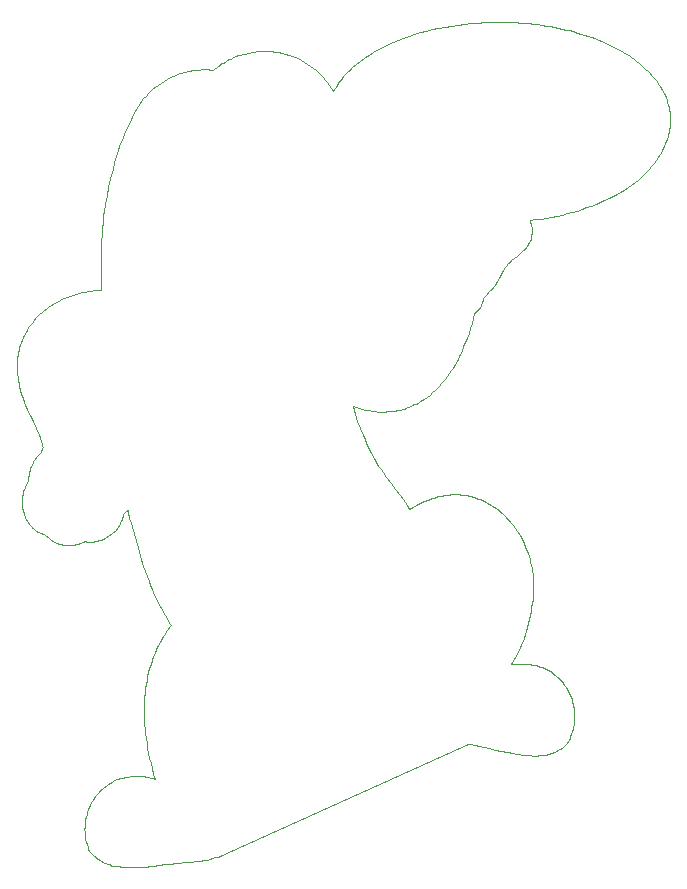
<source format=gm1>
G04 #@! TF.GenerationSoftware,KiCad,Pcbnew,8.0.3*
G04 #@! TF.CreationDate,2024-07-03T13:17:04-05:00*
G04 #@! TF.ProjectId,SAO_AMAMW,53414f5f-414d-4414-9d57-2e6b69636164,rev?*
G04 #@! TF.SameCoordinates,Original*
G04 #@! TF.FileFunction,Profile,NP*
%FSLAX46Y46*%
G04 Gerber Fmt 4.6, Leading zero omitted, Abs format (unit mm)*
G04 Created by KiCad (PCBNEW 8.0.3) date 2024-07-03 13:17:04*
%MOMM*%
%LPD*%
G01*
G04 APERTURE LIST*
G04 #@! TA.AperFunction,Profile*
%ADD10C,0.100000*%
G04 #@! TD*
G04 APERTURE END LIST*
D10*
X114721410Y-88871054D02*
X114726861Y-89073725D01*
X114722098Y-88666796D02*
X114721410Y-88871054D01*
X114726861Y-89073725D02*
X114738185Y-89274279D01*
X114729348Y-88460686D02*
X114722098Y-88666796D01*
X114738185Y-89274279D02*
X114755039Y-89472981D01*
X114743424Y-88253253D02*
X114729348Y-88460686D01*
X114755039Y-89472981D02*
X114777052Y-89669566D01*
X114764696Y-88044497D02*
X114743424Y-88253253D01*
X114777052Y-89669566D02*
X114803907Y-89864034D01*
X114793509Y-87834683D02*
X114764696Y-88044497D01*
X114803907Y-89864034D02*
X114835287Y-90055857D01*
X114830180Y-87623810D02*
X114793509Y-87834683D01*
X114835287Y-90055857D02*
X114870820Y-90245034D01*
X114870820Y-90245034D02*
X114910190Y-90431830D01*
X114875054Y-87411879D02*
X114830180Y-87623810D01*
X114910190Y-90431830D02*
X114999117Y-90796425D01*
X114928446Y-87199154D02*
X114875054Y-87411879D01*
X114990729Y-86985901D02*
X114928446Y-87199154D01*
X114999117Y-90796425D02*
X115099367Y-91148585D01*
X115062220Y-86772117D02*
X114990729Y-86985901D01*
X115099367Y-91148585D02*
X115208243Y-91487516D01*
X115129239Y-100213463D02*
X115129688Y-100359777D01*
X115129688Y-100359777D02*
X115137150Y-100505298D01*
X115135906Y-100067149D02*
X115129239Y-100213463D01*
X115137150Y-100505298D02*
X115151622Y-100650290D01*
X115143235Y-86557805D02*
X115062220Y-86772117D01*
X115149717Y-99920570D02*
X115135906Y-100067149D01*
X115151622Y-100650290D02*
X115173027Y-100794487D01*
X115169878Y-99778224D02*
X115149717Y-99920570D01*
X115173027Y-100794487D02*
X115201311Y-100937362D01*
X115196416Y-99637466D02*
X115169878Y-99778224D01*
X115201311Y-100937362D02*
X115236395Y-101079179D01*
X115208243Y-91487516D02*
X115323046Y-91811630D01*
X115229277Y-99498560D02*
X115196416Y-99637466D01*
X115234119Y-86343493D02*
X115143235Y-86557805D01*
X115236395Y-101079179D02*
X115278252Y-101219408D01*
X115268489Y-99361506D02*
X115229277Y-99498560D01*
X115278252Y-101219408D02*
X115326829Y-101357785D01*
X115313970Y-99226304D02*
X115268489Y-99361506D01*
X115323046Y-91811630D02*
X115441155Y-92120134D01*
X115326829Y-101357785D02*
X115382021Y-101494574D01*
X115337968Y-86123360D02*
X115234119Y-86343493D01*
X115365696Y-99093219D02*
X115313970Y-99226304D01*
X115382021Y-101494574D02*
X115443828Y-101628982D01*
X115423666Y-98962250D02*
X115365696Y-99093219D01*
X115441155Y-92120134D02*
X115559821Y-92411969D01*
X115443828Y-101628982D02*
X115512170Y-101761274D01*
X115450151Y-85908254D02*
X115337968Y-86123360D01*
X115487854Y-98833398D02*
X115423666Y-98962250D01*
X115510873Y-98759844D02*
X115487854Y-98833398D01*
X115512170Y-101761274D02*
X115587020Y-101891184D01*
X115559821Y-92411969D02*
X115671898Y-92671789D01*
X115570510Y-85698466D02*
X115450151Y-85908254D01*
X115587020Y-101891184D02*
X115668247Y-102018184D01*
X115644223Y-98557703D02*
X115510873Y-98759844D01*
X115667612Y-98427792D02*
X115644223Y-98557703D01*
X115668247Y-102018184D02*
X115755877Y-102142538D01*
X115671898Y-92671789D02*
X115791040Y-92933991D01*
X115688408Y-98270365D02*
X115667612Y-98427792D01*
X115698859Y-85494049D02*
X115570510Y-85698466D01*
X115730689Y-97965301D02*
X115688408Y-98270365D01*
X115755877Y-102142538D02*
X115813821Y-102219796D01*
X115761142Y-97797026D02*
X115730689Y-97965301D01*
X115791040Y-92933991D02*
X116045860Y-93471888D01*
X115801465Y-97619756D02*
X115761142Y-97797026D01*
X115813821Y-102219796D02*
X115882744Y-102304462D01*
X115835040Y-85295109D02*
X115698859Y-85494049D01*
X115854328Y-97435342D02*
X115801465Y-97619756D01*
X115882744Y-102304462D02*
X115953970Y-102385160D01*
X115922511Y-97245106D02*
X115854328Y-97435342D01*
X115953970Y-102385160D02*
X116027313Y-102461625D01*
X115963204Y-97148004D02*
X115922511Y-97245106D01*
X115978894Y-85101752D02*
X115835040Y-85295109D01*
X116008739Y-97050373D02*
X115963204Y-97148004D01*
X116027313Y-102461625D02*
X116102481Y-102533856D01*
X116045860Y-93471888D02*
X116304622Y-94018781D01*
X116059459Y-96951684D02*
X116008739Y-97050373D01*
X116102481Y-102533856D02*
X116262818Y-102671175D01*
X116115710Y-96852465D02*
X116059459Y-96951684D01*
X116130235Y-84914030D02*
X115978894Y-85101752D01*
X116186988Y-96736578D02*
X116115710Y-96852465D01*
X116260648Y-96625188D02*
X116186988Y-96736578D01*
X116262818Y-102671175D02*
X116281339Y-102682552D01*
X116281339Y-102682552D02*
X116376192Y-102749491D01*
X116288879Y-84732077D02*
X116130235Y-84914030D01*
X116304622Y-94018781D02*
X116431384Y-94297916D01*
X116336769Y-96517768D02*
X116260648Y-96625188D01*
X116376192Y-102749491D02*
X116473770Y-102810610D01*
X116415482Y-96414580D02*
X116336769Y-96517768D01*
X116431384Y-94297916D02*
X116552139Y-94577581D01*
X116454694Y-84555997D02*
X116288879Y-84732077D01*
X116473770Y-102810610D02*
X116573915Y-102865908D01*
X116496947Y-96315097D02*
X116415482Y-96414580D01*
X116552139Y-94577581D02*
X116663767Y-94856186D01*
X116573915Y-102865908D02*
X116676467Y-102915385D01*
X116581244Y-96219583D02*
X116496947Y-96315097D01*
X116627466Y-84385843D02*
X116454694Y-84555997D01*
X116663767Y-94856186D02*
X116763144Y-95131088D01*
X116668530Y-96127772D02*
X116581244Y-96219583D01*
X116676467Y-102915385D02*
X116781268Y-102959041D01*
X116758911Y-96039402D02*
X116668530Y-96127772D01*
X116763144Y-95131088D02*
X116847044Y-95400434D01*
X116781268Y-102959041D02*
X116888213Y-102996876D01*
X116791137Y-95943093D02*
X116758911Y-96039402D01*
X116807065Y-84221775D02*
X116627466Y-84385843D01*
X116827517Y-95847844D02*
X116791137Y-95943093D01*
X116847044Y-95400434D02*
X116882233Y-95532196D01*
X116867919Y-95754181D02*
X116827517Y-95847844D01*
X116882233Y-95532196D02*
X116912369Y-95661842D01*
X116888213Y-102996876D02*
X116997142Y-103028626D01*
X116912369Y-95661842D02*
X116867919Y-95754181D01*
X116993305Y-84063846D02*
X116807065Y-84221775D01*
X116997142Y-103028626D02*
X117107896Y-103054555D01*
X117107896Y-103054555D02*
X117214047Y-103173088D01*
X117186001Y-83912160D02*
X116993305Y-84063846D01*
X117214047Y-103173088D02*
X117321864Y-103279186D01*
X117321864Y-103279186D02*
X117429867Y-103373113D01*
X117385020Y-83766799D02*
X117186001Y-83912160D01*
X117429867Y-103373113D02*
X117536679Y-103455663D01*
X117536679Y-103455663D02*
X117640872Y-103527365D01*
X117590151Y-83627919D02*
X117385020Y-83766799D01*
X117640872Y-103527365D02*
X117741043Y-103589013D01*
X117741043Y-103589013D02*
X117835764Y-103641400D01*
X117801236Y-83495548D02*
X117590151Y-83627919D01*
X117835764Y-103641400D02*
X117923605Y-103684792D01*
X117923605Y-103684792D02*
X118030100Y-103731623D01*
X118018114Y-83369845D02*
X117801236Y-83495548D01*
X118030100Y-103731623D02*
X118139637Y-103773692D01*
X118139637Y-103773692D02*
X118251874Y-103810733D01*
X118240629Y-83250862D02*
X118018114Y-83369845D01*
X118251874Y-103810733D02*
X118366464Y-103843277D01*
X118366464Y-103843277D02*
X118483119Y-103871058D01*
X118468567Y-83138705D02*
X118240629Y-83250862D01*
X118483119Y-103871058D02*
X118601441Y-103894077D01*
X118601441Y-103894077D02*
X118721112Y-103912333D01*
X118701797Y-83033507D02*
X118468567Y-83138705D01*
X118721112Y-103912333D02*
X118841841Y-103925563D01*
X118841841Y-103925563D02*
X118963258Y-103934029D01*
X118940133Y-82935320D02*
X118701797Y-83033507D01*
X118963258Y-103934029D02*
X119085019Y-103937733D01*
X119085019Y-103937733D02*
X119206833Y-103936675D01*
X119183391Y-82844251D02*
X118940133Y-82935320D01*
X119206833Y-103936675D02*
X119328329Y-103930590D01*
X119328329Y-103930590D02*
X119449165Y-103919742D01*
X119431437Y-82760431D02*
X119183391Y-82844251D01*
X119449165Y-103919742D02*
X119569047Y-103903867D01*
X119569047Y-103903867D02*
X119687607Y-103883229D01*
X119684061Y-82683913D02*
X119431437Y-82760431D01*
X119687607Y-103883229D02*
X119804526Y-103857565D01*
X119804526Y-103857565D02*
X119914275Y-103829254D01*
X119914275Y-103829254D02*
X120021934Y-103796975D01*
X119941130Y-82614831D02*
X119684061Y-82683913D01*
X120021934Y-103796975D02*
X120127344Y-103760727D01*
X120127344Y-103760727D02*
X120230240Y-103720775D01*
X120202459Y-82553262D02*
X119941130Y-82614831D01*
X120230240Y-103720775D02*
X120341365Y-103703313D01*
X120341365Y-103703313D02*
X120466777Y-103625261D01*
X120437250Y-127996530D02*
X120442356Y-128212165D01*
X120442356Y-128212165D02*
X120457887Y-128427536D01*
X120442383Y-127781424D02*
X120437250Y-127996530D01*
X120457570Y-127566847D02*
X120442383Y-127781424D01*
X120457887Y-128427536D02*
X120484028Y-128642113D01*
X120466777Y-103625261D02*
X120639471Y-103646427D01*
X120467862Y-82499314D02*
X120202459Y-82553262D01*
X120482652Y-127353593D02*
X120457570Y-127566847D01*
X120484028Y-128642113D02*
X120520964Y-128855896D01*
X120517418Y-127141662D02*
X120482652Y-127353593D01*
X120520964Y-128855896D02*
X120568853Y-129068356D01*
X120561736Y-126931848D02*
X120517418Y-127141662D01*
X120568853Y-129068356D02*
X120627908Y-129278964D01*
X120615393Y-126724150D02*
X120561736Y-126931848D01*
X120627908Y-129278964D02*
X120698287Y-129487455D01*
X120639471Y-103646427D02*
X120812958Y-103656482D01*
X120678205Y-126519628D02*
X120615393Y-126724150D01*
X120698287Y-129487455D02*
X120773164Y-129700445D01*
X120737208Y-82453091D02*
X120467862Y-82499314D01*
X120749987Y-126318016D02*
X120678205Y-126519628D01*
X120773164Y-129700445D02*
X120853333Y-129803897D01*
X120812958Y-103656482D02*
X120986789Y-103655159D01*
X120830579Y-126120107D02*
X120749987Y-126318016D01*
X120853333Y-129803897D02*
X120936412Y-129924546D01*
X120919796Y-125926168D02*
X120830579Y-126120107D01*
X120936412Y-129924546D02*
X121029810Y-130037259D01*
X120986789Y-103655159D02*
X121160514Y-103642723D01*
X121010284Y-82414647D02*
X120737208Y-82453091D01*
X121017427Y-125736991D02*
X120919796Y-125926168D01*
X121029810Y-130037259D02*
X121107068Y-130121132D01*
X121107068Y-130121132D02*
X121148872Y-130155792D01*
X121123340Y-125552312D02*
X121017427Y-125736991D01*
X121148872Y-130155792D02*
X121270210Y-130273796D01*
X121160514Y-103642723D02*
X121333710Y-103618911D01*
X121237322Y-125373190D02*
X121123340Y-125552312D01*
X121270210Y-130273796D02*
X121394934Y-130382010D01*
X121286932Y-82384141D02*
X121010284Y-82414647D01*
X121333710Y-103618911D02*
X121505900Y-103583986D01*
X121359216Y-125199623D02*
X121237322Y-125373190D01*
X121394934Y-130382010D02*
X121454730Y-130429106D01*
X121454730Y-130429106D02*
X121602315Y-130537585D01*
X121488808Y-125032407D02*
X121359216Y-125199623D01*
X121505900Y-103583986D02*
X121676662Y-103537948D01*
X121566993Y-82361625D02*
X121286932Y-82384141D01*
X121602315Y-130537585D02*
X121756619Y-130637068D01*
X121625942Y-124871540D02*
X121488808Y-125032407D01*
X121676662Y-103537948D02*
X121845519Y-103480798D01*
X121756619Y-130637068D02*
X121842080Y-130684429D01*
X121770457Y-124717818D02*
X121625942Y-124871540D01*
X121800276Y-79995353D02*
X121801678Y-80465200D01*
X121801678Y-80465200D02*
X121808213Y-80951397D01*
X121803980Y-79539794D02*
X121800276Y-79995353D01*
X121808213Y-80951397D02*
X121819828Y-81455984D01*
X121812790Y-79096459D02*
X121803980Y-79539794D01*
X121819828Y-81455984D02*
X121836523Y-81981048D01*
X121826707Y-78663310D02*
X121812790Y-79096459D01*
X121836523Y-81981048D02*
X121850282Y-82347231D01*
X121842080Y-130684429D02*
X121964661Y-130750575D01*
X121845519Y-103480798D02*
X121995326Y-103421267D01*
X121845784Y-78238257D02*
X121826707Y-78663310D01*
X121850282Y-82347231D02*
X121566993Y-82361625D01*
X121880973Y-77641887D02*
X121845784Y-78238257D01*
X121905130Y-77325023D02*
X121880973Y-77641887D01*
X121922116Y-124571239D02*
X121770457Y-124717818D01*
X121933546Y-77005909D02*
X121905130Y-77325023D01*
X121964661Y-130750575D02*
X122112219Y-130820689D01*
X121966328Y-76684176D02*
X121933546Y-77005909D01*
X121995326Y-103421267D02*
X122147938Y-103350888D01*
X122003502Y-76359453D02*
X121966328Y-76684176D01*
X122045174Y-76031318D02*
X122003502Y-76359453D01*
X122080760Y-124432597D02*
X121922116Y-124571239D01*
X122091370Y-75699425D02*
X122045174Y-76031318D01*
X122112219Y-130820689D02*
X122221492Y-130863816D01*
X122147938Y-103350888D02*
X122269037Y-103284742D01*
X122197679Y-75022807D02*
X122091370Y-75699425D01*
X122221492Y-130863816D02*
X122344999Y-130911441D01*
X122246230Y-124302158D02*
X122080760Y-124432597D01*
X122269037Y-103284742D02*
X122390560Y-103209601D01*
X122322933Y-74326556D02*
X122197679Y-75022807D01*
X122344999Y-130911441D02*
X122476814Y-130956156D01*
X122390560Y-103209601D02*
X122522217Y-103124670D01*
X122418341Y-124180450D02*
X122246230Y-124302158D01*
X122467660Y-73607658D02*
X122322933Y-74326556D01*
X122476814Y-130956156D02*
X122559629Y-130979439D01*
X122522217Y-103124670D02*
X122647417Y-103034712D01*
X122559629Y-130979439D02*
X122618102Y-130996108D01*
X122596908Y-124067737D02*
X122418341Y-124180450D01*
X122618102Y-130996108D02*
X122786376Y-131078128D01*
X122632363Y-72863016D02*
X122467660Y-73607658D01*
X122647417Y-103034712D02*
X122766136Y-102939726D01*
X122766136Y-102939726D02*
X122878293Y-102840243D01*
X122781746Y-123964550D02*
X122596908Y-124067737D01*
X122786376Y-131078128D02*
X122977670Y-131078128D01*
X122817597Y-72089613D02*
X122632363Y-72863016D01*
X122878293Y-102840243D02*
X122983861Y-102736262D01*
X122963171Y-71535682D02*
X122817597Y-72089613D01*
X122972669Y-123871152D02*
X122781746Y-123964550D01*
X122977670Y-131078128D02*
X123144384Y-131106439D01*
X122983861Y-102736262D02*
X123082709Y-102627783D01*
X123041355Y-71261495D02*
X122963171Y-71535682D01*
X123082709Y-102627783D02*
X123174864Y-102514806D01*
X123123111Y-70989212D02*
X123041355Y-71261495D01*
X123144384Y-131106439D02*
X123311336Y-131130516D01*
X123169493Y-123788073D02*
X122972669Y-123871152D01*
X123174864Y-102514806D02*
X123260192Y-102397596D01*
X123208439Y-70718941D02*
X123123111Y-70989212D01*
X123260192Y-102397596D02*
X123338640Y-102276152D01*
X123270034Y-123752619D02*
X123169493Y-123788073D01*
X123297313Y-70450680D02*
X123208439Y-70718941D01*
X123311336Y-131130516D02*
X123653944Y-131171526D01*
X123338640Y-102276152D02*
X123410184Y-102151004D01*
X123389705Y-70184483D02*
X123297313Y-70450680D01*
X123410184Y-102151004D02*
X123474716Y-102021888D01*
X123416190Y-123702613D02*
X123270034Y-123752619D01*
X123474716Y-102021888D02*
X123532209Y-101888803D01*
X123485563Y-69920456D02*
X123389705Y-70184483D01*
X123532209Y-101888803D02*
X123582612Y-101752278D01*
X123561340Y-123658956D02*
X123416190Y-123702613D01*
X123582612Y-101752278D02*
X123625819Y-101612049D01*
X123584914Y-69658624D02*
X123485563Y-69920456D01*
X123625819Y-101612049D02*
X123661776Y-101468645D01*
X123653944Y-131171526D02*
X123785706Y-131181845D01*
X123661776Y-101468645D02*
X123690456Y-101321801D01*
X123687731Y-69399042D02*
X123584914Y-69658624D01*
X123690456Y-101321801D02*
X123793617Y-101251687D01*
X123690721Y-123626148D02*
X123561340Y-123658956D01*
X123785706Y-131181845D02*
X123983482Y-131197984D01*
X123793617Y-101251687D02*
X123893789Y-101176281D01*
X123793988Y-69141788D02*
X123687731Y-69399042D01*
X123836189Y-123592546D02*
X123690721Y-123626148D01*
X123893789Y-101176281D02*
X123990785Y-101096112D01*
X123903631Y-68886862D02*
X123793988Y-69141788D01*
X123970121Y-123566088D02*
X123836189Y-123592546D01*
X123983482Y-131197984D02*
X124187079Y-131209626D01*
X123990785Y-101096112D02*
X124084421Y-101010916D01*
X124016687Y-68634397D02*
X123903631Y-68886862D01*
X124084421Y-101010916D02*
X124123843Y-101171783D01*
X124123314Y-123541482D02*
X123970121Y-123566088D01*
X124123843Y-101171783D02*
X124239704Y-101637713D01*
X124133104Y-68384366D02*
X124016687Y-68634397D01*
X124187079Y-131209626D02*
X124395835Y-131216505D01*
X124239704Y-101637713D02*
X124358529Y-102099411D01*
X124252881Y-68136902D02*
X124133104Y-68384366D01*
X124358529Y-102099411D02*
X124513257Y-102671968D01*
X124375991Y-67892004D02*
X124252881Y-68136902D01*
X124384193Y-123511848D02*
X124123314Y-123541482D01*
X124395835Y-131216505D02*
X124609089Y-131218886D01*
X124471373Y-67662584D02*
X124375991Y-67892004D01*
X124513257Y-102671968D02*
X124677325Y-103250876D01*
X124531566Y-123500207D02*
X124384193Y-123511848D01*
X124576704Y-67434302D02*
X124471373Y-67662584D01*
X124609089Y-131218886D02*
X124952650Y-131213595D01*
X124677325Y-103250876D02*
X124850071Y-103833752D01*
X124691612Y-67207871D02*
X124576704Y-67434302D01*
X124797472Y-123493592D02*
X124531566Y-123500207D01*
X124815728Y-66983955D02*
X124691612Y-67207871D01*
X124850071Y-103833752D02*
X125030834Y-104418481D01*
X124928705Y-123493592D02*
X124797472Y-123493592D01*
X124952650Y-131213595D02*
X125294623Y-131198249D01*
X124956486Y-66751307D02*
X124815728Y-66983955D01*
X125030834Y-104418481D02*
X125171063Y-104865891D01*
X125106584Y-66524798D02*
X124956486Y-66751307D01*
X125122142Y-123502323D02*
X124928705Y-123493592D01*
X125171063Y-104865891D02*
X125435276Y-105699062D01*
X125265863Y-66304585D02*
X125106584Y-66524798D01*
X125294623Y-131198249D02*
X125634824Y-131174437D01*
X125318171Y-123518992D02*
X125122142Y-123502323D01*
X125419506Y-123531163D02*
X125318171Y-123518992D01*
X125434191Y-66090934D02*
X125265863Y-66304585D01*
X125435276Y-105699062D02*
X125581563Y-106142503D01*
X125460358Y-117916447D02*
X125465412Y-118301415D01*
X125464829Y-117536241D02*
X125460358Y-117916447D01*
X125465412Y-118301415D02*
X125479990Y-118691146D01*
X125478799Y-117160798D02*
X125464829Y-117536241D01*
X125479990Y-118691146D02*
X125504067Y-119085904D01*
X125502294Y-116790382D02*
X125478799Y-117160798D01*
X125504067Y-119085904D02*
X125537643Y-119485424D01*
X125535288Y-116424993D02*
X125502294Y-116790382D01*
X125537643Y-119485424D02*
X125580743Y-119889707D01*
X125577806Y-116064366D02*
X125535288Y-116424993D01*
X125580743Y-119889707D02*
X125633369Y-120298488D01*
X125581563Y-106142503D02*
X125736212Y-106592824D01*
X125611382Y-65883978D02*
X125434191Y-66090934D01*
X125629850Y-115708766D02*
X125577806Y-116064366D01*
X125633369Y-120298488D02*
X125695519Y-120712296D01*
X125634824Y-131174437D02*
X125973120Y-131143745D01*
X125691392Y-115358194D02*
X125629850Y-115708766D01*
X125695519Y-120712296D02*
X125767168Y-121130866D01*
X125707637Y-123573496D02*
X125419506Y-123531163D01*
X125736212Y-106592824D02*
X125869694Y-106965621D01*
X125762432Y-115012384D02*
X125691392Y-115358194D01*
X125767168Y-121130866D02*
X125848316Y-121553934D01*
X125797331Y-65683953D02*
X125611382Y-65883978D01*
X125842998Y-114671866D02*
X125762432Y-115012384D01*
X125843898Y-123599690D02*
X125707637Y-123573496D01*
X125848316Y-121553934D02*
X125939015Y-121982029D01*
X125869694Y-106965621D02*
X125997885Y-107307198D01*
X125933088Y-114336110D02*
X125842998Y-114671866D01*
X125939015Y-121982029D02*
X126039213Y-122414623D01*
X125973120Y-131143745D02*
X126309299Y-131107762D01*
X125991826Y-65491045D02*
X125797331Y-65683953D01*
X125997885Y-107307198D02*
X126123086Y-107622845D01*
X126032678Y-114005381D02*
X125933088Y-114336110D01*
X126039213Y-122414623D02*
X126148909Y-122851714D01*
X126098691Y-123657369D02*
X125843898Y-123599690D01*
X126123086Y-107622845D02*
X126247651Y-107918914D01*
X126141792Y-113679944D02*
X126032678Y-114005381D01*
X126148909Y-122851714D02*
X126268130Y-123293567D01*
X126194735Y-65305440D02*
X125991826Y-65491045D01*
X126225426Y-123690177D02*
X126098691Y-123657369D01*
X126247651Y-107918914D02*
X126355495Y-108161007D01*
X126260404Y-113359269D02*
X126141792Y-113679944D01*
X126268130Y-123293567D02*
X126396876Y-123740183D01*
X126269612Y-65238236D02*
X126194735Y-65305440D01*
X126309299Y-131107762D02*
X126643229Y-131067545D01*
X126355495Y-108161007D02*
X126470642Y-108407863D01*
X126388542Y-113043886D02*
X126260404Y-113359269D01*
X126396876Y-123740183D02*
X126225426Y-123690177D01*
X126423334Y-65123936D02*
X126269612Y-65238236D01*
X126470642Y-108407863D02*
X126592403Y-108658159D01*
X126526178Y-112733531D02*
X126388542Y-113043886D01*
X126592403Y-108658159D02*
X126720196Y-108910835D01*
X126643229Y-131067545D02*
X127303602Y-130981291D01*
X126673312Y-112428202D02*
X126526178Y-112733531D01*
X126720196Y-108910835D02*
X126787136Y-109038364D01*
X126787136Y-109038364D02*
X126978694Y-109395287D01*
X126829972Y-112128165D02*
X126673312Y-112428202D01*
X126978694Y-109395287D02*
X127087967Y-109590285D01*
X126996156Y-111833155D02*
X126829972Y-112128165D01*
X127087967Y-109590285D02*
X127252008Y-109874976D01*
X127117177Y-111631013D02*
X126996156Y-111833155D01*
X127241398Y-111433370D02*
X127117177Y-111631013D01*
X127252008Y-109874976D02*
X127397000Y-110118392D01*
X127303602Y-130981291D02*
X127723733Y-130925464D01*
X127368345Y-111240489D02*
X127241398Y-111433370D01*
X127397000Y-110118392D02*
X127539610Y-110351225D01*
X127497541Y-111053429D02*
X127368345Y-111240489D01*
X127539610Y-110351225D02*
X127718468Y-110634858D01*
X127626525Y-110876423D02*
X127497541Y-111053429D01*
X127707091Y-64309285D02*
X126423334Y-65123936D01*
X127718468Y-110634858D02*
X127761066Y-110701269D01*
X127723733Y-130925464D02*
X128136509Y-130874399D01*
X127761066Y-110701269D02*
X127626525Y-110876423D01*
X127926219Y-64210966D02*
X127707091Y-64309285D01*
X128136509Y-130874399D02*
X128465412Y-130842120D01*
X128169582Y-64113229D02*
X127926219Y-64210966D01*
X128234140Y-64087300D02*
X128169582Y-64113229D01*
X128356219Y-64044782D02*
X128234140Y-64087300D01*
X128465412Y-130842120D02*
X128830246Y-130813545D01*
X128471736Y-64008190D02*
X128356219Y-64044782D01*
X128575982Y-63974852D02*
X128471736Y-64008190D01*
X128687265Y-63938472D02*
X128575982Y-63974852D01*
X128799554Y-63905267D02*
X128687265Y-63938472D01*
X128830246Y-130813545D02*
X129442226Y-130763804D01*
X129002225Y-63856848D02*
X128799554Y-63905267D01*
X129101973Y-63834094D02*
X129002225Y-63856848D01*
X129234370Y-63803376D02*
X129101973Y-63834094D01*
X129367349Y-63776415D02*
X129234370Y-63803376D01*
X129442226Y-130763804D02*
X129525570Y-130755866D01*
X129525570Y-130755866D02*
X129816082Y-130725968D01*
X129584043Y-63743871D02*
X129367349Y-63776415D01*
X129691199Y-63729055D02*
X129584043Y-63743871D01*
X129816082Y-130725968D02*
X129956576Y-130709035D01*
X129936203Y-63697569D02*
X129691199Y-63729055D01*
X129956576Y-130709035D02*
X130207136Y-130676227D01*
X130057144Y-63688071D02*
X129936203Y-63697569D01*
X130179090Y-63681959D02*
X130057144Y-63688071D01*
X130207136Y-130676227D02*
X130347894Y-130654266D01*
X130285717Y-63676403D02*
X130179090Y-63681959D01*
X130347894Y-130654266D02*
X130402927Y-130645271D01*
X130402927Y-130645271D02*
X130628617Y-130606641D01*
X130510348Y-63667142D02*
X130285717Y-63676403D01*
X130546067Y-63666878D02*
X130510348Y-63667142D01*
X130628617Y-130606641D02*
X130775725Y-130576479D01*
X130767258Y-63672434D02*
X130546067Y-63666878D01*
X130775725Y-130576479D02*
X130823350Y-130566160D01*
X130823350Y-130566160D02*
X131046922Y-130516419D01*
X130872297Y-63676138D02*
X130767258Y-63672434D01*
X131046922Y-130516419D02*
X131199851Y-130475408D01*
X131085551Y-63685663D02*
X130872297Y-63676138D01*
X131199851Y-130475408D02*
X131264145Y-130457681D01*
X131215938Y-63697808D02*
X131085551Y-63685663D01*
X131264145Y-130457681D02*
X131484013Y-130393388D01*
X131348282Y-63713709D02*
X131215938Y-63697808D01*
X131411253Y-63660263D02*
X131348282Y-63713709D01*
X131484013Y-130393388D02*
X131647790Y-130335179D01*
X131623713Y-63486961D02*
X131411253Y-63660263D01*
X131647790Y-130335179D02*
X131702823Y-130315071D01*
X131702823Y-130315071D02*
X131919782Y-130231727D01*
X131745951Y-63395680D02*
X131623713Y-63486961D01*
X131795163Y-63359697D02*
X131745951Y-63395680D01*
X131919782Y-130231727D02*
X132112927Y-130140975D01*
X131952854Y-63247249D02*
X131795163Y-63359697D01*
X132112927Y-130140975D02*
X152917882Y-120743781D01*
X132118483Y-63139828D02*
X131952854Y-63247249D01*
X132173252Y-63105168D02*
X132118483Y-63139828D01*
X132297606Y-63027910D02*
X132173252Y-63105168D01*
X132539964Y-62892708D02*
X132297606Y-63027910D01*
X132662201Y-62826562D02*
X132539964Y-62892708D01*
X132807193Y-62755416D02*
X132662201Y-62826562D01*
X132954566Y-62687656D02*
X132807193Y-62755416D01*
X133045318Y-62645852D02*
X132954566Y-62687656D01*
X133236876Y-62566265D02*
X133045318Y-62645852D01*
X133434784Y-62491071D02*
X133236876Y-62566265D01*
X133529240Y-62456940D02*
X133434784Y-62491071D01*
X135145048Y-62124624D02*
X133529240Y-62456940D01*
X135413071Y-62106288D02*
X135145048Y-62124624D01*
X135678448Y-62100282D02*
X135413071Y-62106288D01*
X135976368Y-62106949D02*
X135678448Y-62100282D01*
X136272701Y-62126846D02*
X135976368Y-62106949D01*
X136566917Y-62159840D02*
X136272701Y-62126846D01*
X136858752Y-62205745D02*
X136566917Y-62159840D01*
X137147677Y-62264429D02*
X136858752Y-62205745D01*
X137433427Y-62335708D02*
X137147677Y-62264429D01*
X137715472Y-62419475D02*
X137433427Y-62335708D01*
X137993284Y-62515545D02*
X137715472Y-62419475D01*
X138266599Y-62623759D02*
X137993284Y-62515545D01*
X138535150Y-62743986D02*
X138266599Y-62623759D01*
X138798146Y-62876066D02*
X138535150Y-62743986D01*
X139055585Y-63019814D02*
X138798146Y-62876066D01*
X139306674Y-63175124D02*
X139055585Y-63019814D01*
X139551149Y-63341785D02*
X139306674Y-63175124D01*
X139788745Y-63519690D02*
X139551149Y-63341785D01*
X140018932Y-63708682D02*
X139788745Y-63519690D01*
X140235096Y-63903177D02*
X140018932Y-63708682D01*
X140441735Y-64106800D02*
X140235096Y-63903177D01*
X140638850Y-64319181D02*
X140441735Y-64106800D01*
X140826174Y-64539975D02*
X140638850Y-64319181D01*
X141003710Y-64768787D02*
X140826174Y-64539975D01*
X141171191Y-65005244D02*
X141003710Y-64768787D01*
X141328353Y-65248978D02*
X141171191Y-65005244D01*
X141475461Y-65499644D02*
X141328353Y-65248978D01*
X141590555Y-65317479D02*
X141475461Y-65499644D01*
X141712792Y-65136901D02*
X141590555Y-65317479D01*
X141808307Y-64983628D02*
X141712792Y-65136901D01*
X141908584Y-64831969D02*
X141808307Y-64983628D01*
X142014152Y-64681951D02*
X141908584Y-64831969D01*
X142124483Y-64533625D02*
X142014152Y-64681951D01*
X142239841Y-64386993D02*
X142124483Y-64533625D01*
X142359962Y-64242081D02*
X142239841Y-64386993D01*
X142484845Y-64098915D02*
X142359962Y-64242081D01*
X142614491Y-63957549D02*
X142484845Y-64098915D01*
X142748635Y-63817981D02*
X142614491Y-63957549D01*
X142887276Y-63680213D02*
X142748635Y-63817981D01*
X143030680Y-63544323D02*
X142887276Y-63680213D01*
X143131486Y-92194217D02*
X143400038Y-92281794D01*
X143178317Y-63410312D02*
X143030680Y-63544323D01*
X143330453Y-63278179D02*
X143178317Y-63410312D01*
X143330982Y-92815722D02*
X143131486Y-92194217D01*
X143400038Y-92281794D02*
X143670706Y-92360110D01*
X143487086Y-63147978D02*
X143330453Y-63278179D01*
X143543442Y-93429026D02*
X143330982Y-92815722D01*
X143647688Y-63019761D02*
X143487086Y-63147978D01*
X143670706Y-92360110D02*
X143943227Y-92429431D01*
X143768602Y-94032804D02*
X143543442Y-93429026D01*
X143812523Y-62893502D02*
X143647688Y-63019761D01*
X143943227Y-92429431D02*
X144217335Y-92489227D01*
X143981591Y-62769227D02*
X143812523Y-62893502D01*
X144005933Y-94625735D02*
X143768602Y-94032804D01*
X144154893Y-62647016D02*
X143981591Y-62769227D01*
X144155158Y-94978424D02*
X144005933Y-94625735D01*
X144217335Y-92489227D02*
X144493030Y-92539762D01*
X144308087Y-95325557D02*
X144155158Y-94978424D01*
X144463926Y-95666340D02*
X144308087Y-95325557D01*
X144493030Y-92539762D02*
X144769520Y-92581037D01*
X144513139Y-62408733D02*
X144154893Y-62647016D01*
X144622147Y-95999185D02*
X144463926Y-95666340D01*
X144769520Y-92581037D02*
X145047332Y-92612787D01*
X144886730Y-62178889D02*
X144513139Y-62408733D01*
X144928534Y-96550841D02*
X144622147Y-95999185D01*
X145047332Y-92612787D02*
X145325938Y-92635277D01*
X145127236Y-96891359D02*
X144928534Y-96550841D01*
X145275667Y-61957666D02*
X144886730Y-62178889D01*
X145319058Y-97207271D02*
X145127236Y-96891359D01*
X145325938Y-92635277D02*
X145521200Y-92643479D01*
X145505589Y-97500164D02*
X145319058Y-97207271D01*
X145521200Y-92643479D02*
X145713552Y-92644273D01*
X145679156Y-61745262D02*
X145275667Y-61957666D01*
X145687887Y-97772156D02*
X145505589Y-97500164D01*
X145713552Y-92644273D02*
X145901935Y-92638716D01*
X145901935Y-92638716D02*
X146085555Y-92627604D01*
X145991099Y-98200251D02*
X145687887Y-97772156D01*
X146085555Y-92627604D02*
X146263091Y-92612523D01*
X146096668Y-61541879D02*
X145679156Y-61745262D01*
X146263091Y-92612523D02*
X146433482Y-92594002D01*
X146351197Y-98685232D02*
X145991099Y-98200251D01*
X146433482Y-92594002D02*
X146748071Y-92551933D01*
X146527938Y-61347723D02*
X146096668Y-61541879D01*
X146726905Y-99173387D02*
X146351197Y-98685232D01*
X146748071Y-92551933D02*
X146898619Y-92527327D01*
X146898619Y-92527327D02*
X147048902Y-92497958D01*
X146972173Y-61162997D02*
X146527938Y-61347723D01*
X147048902Y-92497958D02*
X147198127Y-92464092D01*
X147136744Y-99691176D02*
X146726905Y-99173387D01*
X147198127Y-92464092D02*
X147346823Y-92425198D01*
X147346823Y-92425198D02*
X147494195Y-92382071D01*
X147418260Y-100048628D02*
X147136744Y-99691176D01*
X147429108Y-60987901D02*
X146972173Y-61162997D01*
X147494195Y-92382071D02*
X147640774Y-92334181D01*
X147574893Y-100289663D02*
X147418260Y-100048628D01*
X147640774Y-92334181D02*
X147786295Y-92281529D01*
X147735230Y-100561919D02*
X147574893Y-100289663D01*
X147786295Y-92281529D02*
X147930228Y-92224644D01*
X147817251Y-100711144D02*
X147735230Y-100561919D01*
X147895038Y-100862221D02*
X147817251Y-100711144D01*
X147897949Y-60822637D02*
X147429108Y-60987901D01*
X147930228Y-92224644D02*
X148206982Y-92105582D01*
X148206982Y-92105582D02*
X148357265Y-92036261D01*
X148213596Y-100687596D02*
X147895038Y-100862221D01*
X148357265Y-92036261D02*
X148513898Y-91959532D01*
X148378696Y-60667406D02*
X147897949Y-60822637D01*
X148513898Y-91959532D02*
X148675029Y-91874601D01*
X148533213Y-100523025D02*
X148213596Y-100687596D01*
X148675029Y-91874601D02*
X148839600Y-91781467D01*
X148839600Y-91781467D02*
X149006023Y-91679338D01*
X148855210Y-100368509D02*
X148533213Y-100523025D01*
X148870291Y-60522412D02*
X148378696Y-60667406D01*
X149006023Y-91679338D02*
X149173504Y-91567420D01*
X149173504Y-91567420D02*
X149428297Y-91383535D01*
X149180647Y-100225369D02*
X148855210Y-100368509D01*
X149372735Y-60387858D02*
X148870291Y-60522412D01*
X149428297Y-91383535D02*
X149671978Y-91194622D01*
X149526722Y-100088315D02*
X149180647Y-100225369D01*
X149671978Y-91194622D02*
X149903488Y-91001212D01*
X149866976Y-99969782D02*
X149526722Y-100088315D01*
X149885232Y-60263944D02*
X149372735Y-60387858D01*
X149903488Y-91001212D02*
X150122034Y-90804098D01*
X150035250Y-99917395D02*
X149866976Y-99969782D01*
X150122034Y-90804098D02*
X150300098Y-90631325D01*
X150202202Y-99869770D02*
X150035250Y-99917395D01*
X150300098Y-90631325D02*
X150475252Y-90449557D01*
X150368096Y-99826643D02*
X150202202Y-99869770D01*
X150407254Y-60150874D02*
X149885232Y-60263944D01*
X150475252Y-90449557D02*
X150647760Y-90258263D01*
X150532666Y-99788278D02*
X150368096Y-99826643D01*
X150647760Y-90258263D02*
X150818151Y-90057445D01*
X150696443Y-99754412D02*
X150532666Y-99788278D01*
X150818151Y-90057445D02*
X150986426Y-89846572D01*
X150859426Y-99725043D02*
X150696443Y-99754412D01*
X150938537Y-60048846D02*
X150407254Y-60150874D01*
X150986426Y-89846572D02*
X151152849Y-89624851D01*
X151021351Y-99700437D02*
X150859426Y-99725043D01*
X151152849Y-89624851D02*
X151317949Y-89392547D01*
X151182747Y-99680064D02*
X151021351Y-99700437D01*
X151317949Y-89392547D02*
X151481990Y-89149131D01*
X151343084Y-99664453D02*
X151182747Y-99680064D01*
X151478551Y-59958064D02*
X150938537Y-60048846D01*
X151481990Y-89149131D02*
X151601317Y-88962336D01*
X151503157Y-99653341D02*
X151343084Y-99664453D01*
X151601317Y-88962336D02*
X151717998Y-88770513D01*
X151662436Y-99646462D02*
X151503157Y-99653341D01*
X151717998Y-88770513D02*
X151831769Y-88573399D01*
X151821186Y-99644345D02*
X151662436Y-99646462D01*
X151831769Y-88573399D02*
X151942894Y-88370199D01*
X151942894Y-88370199D02*
X152051902Y-88161178D01*
X151987079Y-99646726D02*
X151821186Y-99644345D01*
X152026502Y-59878735D02*
X151478551Y-59958064D01*
X152051902Y-88161178D02*
X152158794Y-87945278D01*
X152152444Y-99654399D02*
X151987079Y-99646726D01*
X152158794Y-87945278D02*
X152263568Y-87722764D01*
X152263568Y-87722764D02*
X152366491Y-87492842D01*
X152317543Y-99666835D02*
X152152444Y-99654399D01*
X152366491Y-87492842D02*
X152522331Y-87126394D01*
X152481849Y-99684562D02*
X152317543Y-99666835D01*
X152522331Y-87126394D02*
X152672349Y-86751480D01*
X152582126Y-59811052D02*
X152026502Y-59878735D01*
X152645626Y-99707051D02*
X152481849Y-99684562D01*
X152672349Y-86751480D02*
X152816282Y-86367570D01*
X152808609Y-99734568D02*
X152645626Y-99707051D01*
X152816282Y-86367570D02*
X152954659Y-85974135D01*
X152917882Y-120743781D02*
X153090919Y-120778441D01*
X152954659Y-85974135D02*
X153087480Y-85570646D01*
X152971328Y-99766847D02*
X152808609Y-99734568D01*
X153087480Y-85570646D02*
X153215273Y-85156653D01*
X153090919Y-120778441D02*
X153489911Y-120859139D01*
X153132988Y-99804418D02*
X152971328Y-99766847D01*
X153145159Y-59755225D02*
X152582126Y-59811052D01*
X153215273Y-85156653D02*
X153337775Y-84731548D01*
X153294119Y-99846751D02*
X153132988Y-99804418D01*
X153337775Y-84731548D02*
X153455250Y-84294827D01*
X153454456Y-99894111D02*
X153294119Y-99846751D01*
X153455250Y-84294827D02*
X153589394Y-84171425D01*
X153489911Y-120859139D02*
X153832016Y-120936927D01*
X153589394Y-84171425D02*
X153706604Y-84046172D01*
X153614000Y-99946499D02*
X153454456Y-99894111D01*
X153706604Y-84046172D02*
X153808204Y-83920336D01*
X153714542Y-59711449D02*
X153145159Y-59755225D01*
X153772485Y-100003649D02*
X153614000Y-99946499D01*
X153808204Y-83920336D02*
X153895252Y-83795188D01*
X153832016Y-120936927D02*
X154728688Y-121162351D01*
X153895252Y-83795188D02*
X153969070Y-83672051D01*
X153930441Y-100065826D02*
X153772485Y-100003649D01*
X153969070Y-83672051D02*
X154030454Y-83552222D01*
X154030454Y-83552222D02*
X154080724Y-83436943D01*
X154080724Y-83436943D02*
X154120941Y-83327511D01*
X154087339Y-100133030D02*
X153930441Y-100065826D01*
X154120941Y-83327511D02*
X154167772Y-83165507D01*
X154167772Y-83165507D02*
X154200581Y-83000751D01*
X154200581Y-83000751D02*
X154354568Y-82854199D01*
X154243178Y-100204996D02*
X154087339Y-100133030D01*
X154290274Y-59679932D02*
X153714542Y-59711449D01*
X154354568Y-82854199D02*
X154502734Y-82702408D01*
X154398224Y-100281990D02*
X154243178Y-100204996D01*
X154502734Y-82702408D02*
X154645345Y-82545960D01*
X154544803Y-100359513D02*
X154398224Y-100281990D01*
X154645345Y-82545960D02*
X154782663Y-82385437D01*
X154689265Y-100441004D02*
X154544803Y-100359513D01*
X154728688Y-121162351D02*
X155206790Y-121276122D01*
X154782663Y-82385437D02*
X154914425Y-82221422D01*
X154831611Y-100526200D02*
X154689265Y-100441004D01*
X154871828Y-59660874D02*
X154290274Y-59679932D01*
X154914425Y-82221422D02*
X155041425Y-82054550D01*
X154972105Y-100615100D02*
X154831611Y-100526200D01*
X155041425Y-82054550D02*
X155163398Y-81885402D01*
X155110217Y-100707704D02*
X154972105Y-100615100D01*
X155163398Y-81885402D02*
X155280608Y-81714534D01*
X155206790Y-121276122D02*
X155700237Y-121385924D01*
X155246477Y-100803748D02*
X155110217Y-100707704D01*
X155280608Y-81714534D02*
X155393056Y-81542608D01*
X155380356Y-100903495D02*
X155246477Y-100803748D01*
X155393056Y-81542608D02*
X155501006Y-81370153D01*
X155458408Y-59654477D02*
X154871828Y-59660874D01*
X155458408Y-59654477D02*
X155458408Y-59654477D01*
X155458408Y-59654477D02*
X155458408Y-59654477D01*
X155501006Y-81370153D02*
X155704206Y-81026089D01*
X155512118Y-101006683D02*
X155380356Y-100903495D01*
X155641500Y-101113310D02*
X155512118Y-101006683D01*
X155700237Y-121385924D02*
X156205326Y-121488582D01*
X155704206Y-81026089D02*
X155891001Y-80687158D01*
X155768499Y-101223376D02*
X155641500Y-101113310D01*
X155839672Y-59657128D02*
X155458408Y-59654477D01*
X155891001Y-80687158D02*
X156062716Y-80358096D01*
X155893118Y-101336882D02*
X155768499Y-101223376D01*
X156015620Y-101453564D02*
X155893118Y-101336882D01*
X156062716Y-80358096D02*
X156111928Y-80274197D01*
X156111928Y-80274197D02*
X156173047Y-80191885D01*
X156135476Y-101573420D02*
X156015620Y-101453564D01*
X156173047Y-80191885D02*
X156246336Y-80109574D01*
X156205326Y-121488582D02*
X156718088Y-121580128D01*
X156218291Y-59665039D02*
X155839672Y-59657128D01*
X156246336Y-80109574D02*
X156332061Y-80025621D01*
X156252686Y-101696715D02*
X156135476Y-101573420D01*
X156332061Y-80025621D02*
X156430221Y-79938415D01*
X156367780Y-101822921D02*
X156252686Y-101696715D01*
X156430221Y-79938415D02*
X156541082Y-79846393D01*
X156479963Y-101952567D02*
X156367780Y-101822921D01*
X156519121Y-114043216D02*
X156649825Y-113832608D01*
X156541082Y-79846393D02*
X156802225Y-79641341D01*
X156593998Y-59678149D02*
X156218291Y-59665039D01*
X156649825Y-113832608D02*
X156663848Y-113809854D01*
X156663848Y-113809854D02*
X156777884Y-113622794D01*
X156696657Y-102220590D02*
X156479963Y-101952567D01*
X156718088Y-121580128D02*
X156976321Y-121620874D01*
X156740842Y-114011466D02*
X156519121Y-114043216D01*
X156777884Y-113622794D02*
X156887421Y-113434940D01*
X156802225Y-79641341D02*
X157019183Y-79472299D01*
X156887421Y-113434940D02*
X157028708Y-113173797D01*
X156902502Y-102500254D02*
X156696657Y-102220590D01*
X156963092Y-113988712D02*
X156740842Y-114011466D01*
X156966796Y-59696400D02*
X156593998Y-59678149D01*
X156976321Y-121620874D02*
X157235348Y-121657386D01*
X157019183Y-79472299D02*
X157245402Y-79288229D01*
X157028708Y-113173797D02*
X157163381Y-112907097D01*
X157097235Y-102791560D02*
X156902502Y-102500254D01*
X157163381Y-112907097D02*
X157291704Y-112634312D01*
X157185871Y-113974954D02*
X156963092Y-113988712D01*
X157235348Y-121657386D02*
X157494374Y-121689401D01*
X157245402Y-79288229D02*
X157475854Y-79084844D01*
X157280591Y-103093978D02*
X157097235Y-102791560D01*
X157291704Y-112634312D02*
X157413412Y-112355441D01*
X157336418Y-59719731D02*
X156966796Y-59696400D01*
X157408649Y-113970192D02*
X157185871Y-113974954D01*
X157413412Y-112355441D02*
X157528770Y-112070486D01*
X157452041Y-103406980D02*
X157280591Y-103093978D01*
X157475854Y-79084844D02*
X157591476Y-78974592D01*
X157494374Y-121689401D02*
X157753136Y-121716653D01*
X157528770Y-112070486D02*
X157637778Y-111779180D01*
X157591476Y-78974592D02*
X157706041Y-78857911D01*
X157599149Y-113973631D02*
X157408649Y-113970192D01*
X157611585Y-103730036D02*
X157452041Y-103406980D01*
X157637778Y-111779180D02*
X157740437Y-111481259D01*
X157703130Y-59748083D02*
X157336418Y-59719731D01*
X157706041Y-78857911D02*
X157816636Y-78731440D01*
X157740437Y-111481259D02*
X157836745Y-111176724D01*
X157753136Y-121716653D02*
X157961628Y-121735438D01*
X157758428Y-104063146D02*
X157611585Y-103730036D01*
X157787797Y-113983950D02*
X157599149Y-113973631D01*
X157816636Y-78731440D02*
X157916384Y-78598275D01*
X157836745Y-111176724D02*
X157926703Y-110865575D01*
X157892572Y-104405781D02*
X157758428Y-104063146D01*
X157916384Y-78598275D02*
X158005020Y-78459131D01*
X157926703Y-110865575D02*
X158010576Y-110547546D01*
X157961628Y-121735438D02*
X158176734Y-121751313D01*
X157974063Y-114000883D02*
X157787797Y-113983950D01*
X157979620Y-104653695D02*
X157892572Y-104405781D01*
X158005020Y-78459131D02*
X158082278Y-78314669D01*
X158010576Y-110547546D02*
X158088363Y-110222373D01*
X158059524Y-104903461D02*
X157979620Y-104653695D01*
X158066667Y-59781394D02*
X157703130Y-59748083D01*
X158082278Y-78314669D02*
X158148423Y-78165629D01*
X158088363Y-110222373D02*
X158159801Y-109890057D01*
X158119584Y-76423747D02*
X158588160Y-76366571D01*
X158131755Y-105154815D02*
X158059524Y-104903461D01*
X158148423Y-78165629D02*
X158203457Y-78012700D01*
X158157948Y-114024696D02*
X157974063Y-114000883D01*
X158159801Y-109890057D02*
X158225153Y-109550333D01*
X158176734Y-121751313D02*
X158397132Y-121762161D01*
X158180438Y-76576994D02*
X158119584Y-76423747D01*
X158196578Y-105408021D02*
X158131755Y-105154815D01*
X158203457Y-78012700D02*
X158246848Y-77856596D01*
X158225153Y-109550333D02*
X158284684Y-109203200D01*
X158229650Y-76733389D02*
X158180438Y-76576994D01*
X158246848Y-77856596D02*
X158279128Y-77697979D01*
X158253992Y-105662550D02*
X158196578Y-105408021D01*
X158266957Y-76892191D02*
X158229650Y-76733389D01*
X158279128Y-77697979D02*
X158299765Y-77537589D01*
X158284684Y-109203200D02*
X158338130Y-108848658D01*
X158292621Y-77052714D02*
X158266957Y-76892191D01*
X158299765Y-77537589D02*
X158309025Y-77376114D01*
X158303998Y-105918137D02*
X158253992Y-105662550D01*
X158306644Y-77214242D02*
X158292621Y-77052714D01*
X158309025Y-77376114D02*
X158306644Y-77214242D01*
X158338130Y-108848658D02*
X158385490Y-108486180D01*
X158339188Y-114055387D02*
X158157948Y-114024696D01*
X158346332Y-106174518D02*
X158303998Y-105918137D01*
X158381257Y-106431693D02*
X158346332Y-106174518D01*
X158385490Y-108486180D02*
X158411948Y-108231651D01*
X158397132Y-121762161D02*
X158621498Y-121766394D01*
X158408509Y-106689397D02*
X158381257Y-106431693D01*
X158411948Y-108231651D02*
X158430469Y-107976064D01*
X158426765Y-59819606D02*
X158066667Y-59781394D01*
X158428352Y-106947100D02*
X158408509Y-106689397D01*
X158430469Y-107976064D02*
X158441581Y-107719683D01*
X158440259Y-107205069D02*
X158428352Y-106947100D01*
X158441581Y-107719683D02*
X158444756Y-107462508D01*
X158444756Y-107462508D02*
X158440259Y-107205069D01*
X158518046Y-114092429D02*
X158339188Y-114055387D01*
X158588160Y-76366571D02*
X159051445Y-76301060D01*
X158621498Y-121766394D02*
X158621762Y-121766394D01*
X158621762Y-121766394D02*
X158777337Y-121764013D01*
X158693729Y-114136350D02*
X158518046Y-114092429D01*
X158777337Y-121764013D02*
X158929737Y-121757134D01*
X158783423Y-59862658D02*
X158426765Y-59819606D01*
X158866502Y-114186620D02*
X158693729Y-114136350D01*
X158929737Y-121757134D02*
X159078433Y-121745757D01*
X159036364Y-114243506D02*
X158866502Y-114186620D01*
X159051445Y-76301060D02*
X159509174Y-76227374D01*
X159078433Y-121745757D02*
X159223953Y-121729617D01*
X159136641Y-59910487D02*
X158783423Y-59862658D01*
X159202787Y-114307006D02*
X159036364Y-114243506D01*
X159223953Y-121729617D02*
X159366299Y-121708980D01*
X159365770Y-114376856D02*
X159202787Y-114307006D01*
X159366299Y-121708980D02*
X159505470Y-121683580D01*
X159486155Y-59963039D02*
X159136641Y-59910487D01*
X159505470Y-121683580D02*
X159641201Y-121653417D01*
X159509174Y-76227374D02*
X159960817Y-76145618D01*
X159525313Y-114453056D02*
X159365770Y-114376856D01*
X159641201Y-121653417D02*
X159774021Y-121618757D01*
X159680888Y-114535341D02*
X159525313Y-114453056D01*
X159774021Y-121618757D02*
X159903667Y-121579334D01*
X159831965Y-60020247D02*
X159486155Y-59963039D01*
X159832759Y-114624241D02*
X159680888Y-114535341D01*
X159903667Y-121579334D02*
X160030402Y-121535149D01*
X159960817Y-76145618D02*
X160406375Y-76055924D01*
X159980661Y-114719226D02*
X159832759Y-114624241D01*
X160030402Y-121535149D02*
X160153963Y-121486201D01*
X160124329Y-114820561D02*
X159980661Y-114719226D01*
X160153963Y-121486201D02*
X160274612Y-121432755D01*
X160173806Y-60082056D02*
X159831965Y-60020247D01*
X160274612Y-121432755D02*
X160392352Y-121374282D01*
X160281756Y-114942005D02*
X160124329Y-114820561D01*
X160392352Y-121374282D02*
X160507446Y-121311047D01*
X160406375Y-76055924D02*
X160845318Y-75958372D01*
X160432039Y-115070063D02*
X160281756Y-114942005D01*
X160507446Y-121311047D02*
X160619629Y-121243314D01*
X160511679Y-60148405D02*
X160173806Y-60082056D01*
X160575708Y-115204471D02*
X160432039Y-115070063D01*
X160619629Y-121243314D02*
X160728901Y-121170553D01*
X160712233Y-115344700D02*
X160575708Y-115204471D01*
X160728901Y-121170553D02*
X160836322Y-121108112D01*
X160836322Y-121108112D02*
X160938716Y-121037733D01*
X160841614Y-115490485D02*
X160712233Y-115344700D01*
X160845318Y-75958372D02*
X161277382Y-75853147D01*
X160845583Y-60219232D02*
X160511679Y-60148405D01*
X160938716Y-121037733D02*
X161035024Y-120959416D01*
X160964116Y-115641562D02*
X160841614Y-115490485D01*
X161035024Y-120959416D02*
X161125776Y-120873162D01*
X161079209Y-115797666D02*
X160964116Y-115641562D01*
X161125776Y-120873162D02*
X161209649Y-120779764D01*
X161175253Y-60294479D02*
X160845583Y-60219232D01*
X161187159Y-115958533D02*
X161079209Y-115797666D01*
X161209649Y-120779764D02*
X161287172Y-120679223D01*
X161277382Y-75853147D02*
X161702567Y-75740329D01*
X161287172Y-120679223D02*
X161357286Y-120571802D01*
X161287701Y-116123897D02*
X161187159Y-115958533D01*
X161357286Y-120571802D02*
X161419992Y-120458031D01*
X161381099Y-116293230D02*
X161287701Y-116123897D01*
X161419992Y-120458031D02*
X161507040Y-120273617D01*
X161466823Y-116466532D02*
X161381099Y-116293230D01*
X161500690Y-60374084D02*
X161175253Y-60294479D01*
X161507040Y-120273617D02*
X161585092Y-120086821D01*
X161544875Y-116643274D02*
X161466823Y-116466532D01*
X161585092Y-120086821D02*
X161654413Y-119897644D01*
X161615519Y-116823190D02*
X161544875Y-116643274D01*
X161654413Y-119897644D02*
X161714738Y-119706616D01*
X161678490Y-117006017D02*
X161615519Y-116823190D01*
X161702567Y-75740329D02*
X162120079Y-75620076D01*
X161714738Y-119706616D02*
X161766596Y-119514264D01*
X161733523Y-117191754D02*
X161678490Y-117006017D01*
X161766596Y-119514264D02*
X161809723Y-119320589D01*
X161781148Y-117379608D02*
X161733523Y-117191754D01*
X161809723Y-119320589D02*
X161844383Y-119125856D01*
X161820571Y-117569314D02*
X161781148Y-117379608D01*
X161821629Y-60457986D02*
X161500690Y-60374084D01*
X161844383Y-119125856D02*
X161870313Y-118930329D01*
X161852056Y-117761137D02*
X161820571Y-117569314D01*
X161870313Y-118930329D02*
X161888040Y-118734802D01*
X161875604Y-117954018D02*
X161852056Y-117761137D01*
X161888040Y-118734802D02*
X161897300Y-118539011D01*
X161890950Y-118148222D02*
X161875604Y-117954018D01*
X161897300Y-118539011D02*
X161898094Y-118343484D01*
X161898094Y-118343484D02*
X161890950Y-118148222D01*
X162120079Y-75620076D02*
X162529918Y-75492468D01*
X162138071Y-60546129D02*
X161821629Y-60457986D01*
X162450014Y-60638450D02*
X162138071Y-60546129D01*
X162529918Y-75492468D02*
X162931820Y-75357663D01*
X162757195Y-60734888D02*
X162450014Y-60638450D01*
X162931820Y-75357663D02*
X163325254Y-75215767D01*
X163059613Y-60835387D02*
X162757195Y-60734888D01*
X163325254Y-75215767D02*
X163709958Y-75066913D01*
X163357004Y-60939882D02*
X163059613Y-60835387D01*
X163649369Y-61048316D02*
X163357004Y-60939882D01*
X163709958Y-75066913D02*
X164085666Y-74911206D01*
X163936706Y-61160626D02*
X163649369Y-61048316D01*
X164085666Y-74911206D02*
X164452113Y-74748778D01*
X164218751Y-61276757D02*
X163936706Y-61160626D01*
X164452113Y-74748778D02*
X164809301Y-74579762D01*
X164495505Y-61396645D02*
X164218751Y-61276757D01*
X164766967Y-61520229D02*
X164495505Y-61396645D01*
X164809301Y-74579762D02*
X165156169Y-74404291D01*
X165032609Y-61647451D02*
X164766967Y-61520229D01*
X165156169Y-74404291D02*
X165493248Y-74222443D01*
X165292694Y-61778250D02*
X165032609Y-61647451D01*
X165493248Y-74222443D02*
X165819478Y-74034377D01*
X165546958Y-61912568D02*
X165292694Y-61778250D01*
X165795401Y-62050329D02*
X165546958Y-61912568D01*
X165819478Y-74034377D02*
X166135126Y-73840200D01*
X166037759Y-62191510D02*
X165795401Y-62050329D01*
X166135126Y-73840200D02*
X166439661Y-73640043D01*
X166274297Y-62336025D02*
X166037759Y-62191510D01*
X166439661Y-73640043D02*
X166732819Y-73434012D01*
X166504484Y-62483795D02*
X166274297Y-62336025D01*
X166728321Y-62634819D02*
X166504484Y-62483795D01*
X166732819Y-73434012D02*
X167014071Y-73222266D01*
X166945808Y-62788965D02*
X166728321Y-62634819D01*
X167014071Y-73222266D02*
X167283681Y-73004911D01*
X167156945Y-62946233D02*
X166945808Y-62788965D01*
X167283681Y-73004911D02*
X167540591Y-72782053D01*
X167361204Y-63106517D02*
X167156945Y-62946233D01*
X167540591Y-72782053D02*
X167785066Y-72553824D01*
X167558847Y-63269792D02*
X167361204Y-63106517D01*
X167749611Y-63435976D02*
X167558847Y-63269792D01*
X167785066Y-72553824D02*
X168016576Y-72320356D01*
X167933497Y-63604992D02*
X167749611Y-63435976D01*
X168016576Y-72320356D02*
X168234857Y-72081781D01*
X168110503Y-63776839D02*
X167933497Y-63604992D01*
X168234857Y-72081781D02*
X168439379Y-71838180D01*
X168280100Y-63951410D02*
X168110503Y-63776839D01*
X168439379Y-71838180D02*
X168630408Y-71589710D01*
X168442819Y-64128655D02*
X168280100Y-63951410D01*
X168597865Y-64308518D02*
X168442819Y-64128655D01*
X168630408Y-71589710D02*
X168807150Y-71336504D01*
X168745502Y-64490948D02*
X168597865Y-64308518D01*
X168807150Y-71336504D02*
X168969339Y-71078641D01*
X168885731Y-64675865D02*
X168745502Y-64490948D01*
X168969339Y-71078641D02*
X169093693Y-70892984D01*
X169018022Y-64863216D02*
X168885731Y-64675865D01*
X169093693Y-70892984D02*
X169210639Y-70705156D01*
X169142905Y-65052922D02*
X169018022Y-64863216D01*
X169210639Y-70705156D02*
X169319647Y-70515318D01*
X169259587Y-65244983D02*
X169142905Y-65052922D01*
X169319647Y-70515318D02*
X169420982Y-70323574D01*
X169368330Y-65439266D02*
X169259587Y-65244983D01*
X169420982Y-70323574D02*
X169514380Y-70130111D01*
X169469136Y-65635746D02*
X169368330Y-65439266D01*
X169514380Y-70130111D02*
X169600105Y-69935008D01*
X169561740Y-65834368D02*
X169469136Y-65635746D01*
X169600105Y-69935008D02*
X169677628Y-69738449D01*
X169645878Y-66035081D02*
X169561740Y-65834368D01*
X169677628Y-69738449D02*
X169747478Y-69540515D01*
X169721549Y-66237804D02*
X169645878Y-66035081D01*
X169747478Y-69540515D02*
X169809125Y-69341389D01*
X169789017Y-66442459D02*
X169721549Y-66237804D01*
X169809125Y-69341389D02*
X169862836Y-69141179D01*
X169847490Y-66649019D02*
X169789017Y-66442459D01*
X169862836Y-69141179D02*
X169908344Y-68940017D01*
X169897496Y-66857431D02*
X169847490Y-66649019D01*
X169908344Y-68940017D02*
X169945650Y-68738061D01*
X169938507Y-67067590D02*
X169897496Y-66857431D01*
X169945650Y-68738061D02*
X169975019Y-68535417D01*
X169970786Y-67279468D02*
X169938507Y-67067590D01*
X169975019Y-68535417D02*
X169995921Y-68332243D01*
X169993804Y-67493013D02*
X169970786Y-67279468D01*
X169995921Y-68332243D02*
X170008356Y-68128673D01*
X170007827Y-67708145D02*
X169993804Y-67493013D01*
X170008356Y-68128673D02*
X170012590Y-67924812D01*
X170012590Y-67924812D02*
X170007827Y-67708145D01*
M02*

</source>
